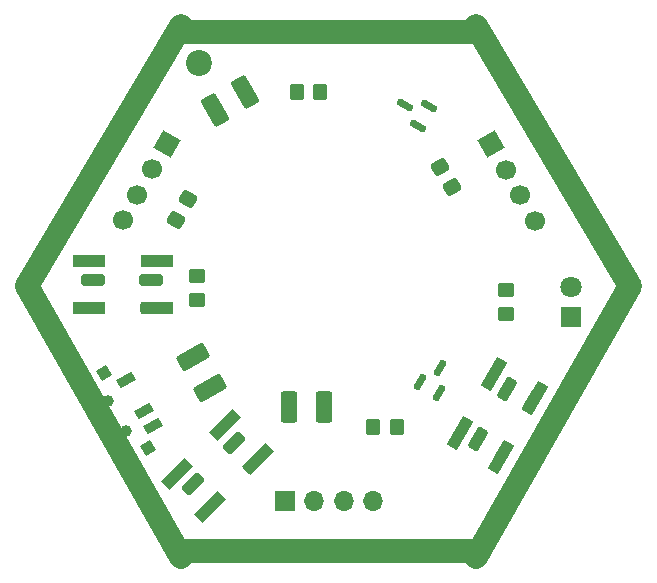
<source format=gbr>
%TF.GenerationSoftware,KiCad,Pcbnew,(6.0.5-0)*%
%TF.CreationDate,2022-06-08T15:29:45+08:00*%
%TF.ProjectId,dtl,64746c2e-6b69-4636-9164-5f7063625858,rev?*%
%TF.SameCoordinates,Original*%
%TF.FileFunction,Soldermask,Top*%
%TF.FilePolarity,Negative*%
%FSLAX46Y46*%
G04 Gerber Fmt 4.6, Leading zero omitted, Abs format (unit mm)*
G04 Created by KiCad (PCBNEW (6.0.5-0)) date 2022-06-08 15:29:45*
%MOMM*%
%LPD*%
G01*
G04 APERTURE LIST*
G04 Aperture macros list*
%AMRoundRect*
0 Rectangle with rounded corners*
0 $1 Rounding radius*
0 $2 $3 $4 $5 $6 $7 $8 $9 X,Y pos of 4 corners*
0 Add a 4 corners polygon primitive as box body*
4,1,4,$2,$3,$4,$5,$6,$7,$8,$9,$2,$3,0*
0 Add four circle primitives for the rounded corners*
1,1,$1+$1,$2,$3*
1,1,$1+$1,$4,$5*
1,1,$1+$1,$6,$7*
1,1,$1+$1,$8,$9*
0 Add four rect primitives between the rounded corners*
20,1,$1+$1,$2,$3,$4,$5,0*
20,1,$1+$1,$4,$5,$6,$7,0*
20,1,$1+$1,$6,$7,$8,$9,0*
20,1,$1+$1,$8,$9,$2,$3,0*%
%AMHorizOval*
0 Thick line with rounded ends*
0 $1 width*
0 $2 $3 position (X,Y) of the first rounded end (center of the circle)*
0 $4 $5 position (X,Y) of the second rounded end (center of the circle)*
0 Add line between two ends*
20,1,$1,$2,$3,$4,$5,0*
0 Add two circle primitives to create the rounded ends*
1,1,$1,$2,$3*
1,1,$1,$4,$5*%
%AMRotRect*
0 Rectangle, with rotation*
0 The origin of the aperture is its center*
0 $1 length*
0 $2 width*
0 $3 Rotation angle, in degrees counterclockwise*
0 Add horizontal line*
21,1,$1,$2,0,0,$3*%
G04 Aperture macros list end*
%ADD10C,2.000000*%
%ADD11RoundRect,0.250000X-0.350000X-0.450000X0.350000X-0.450000X0.350000X0.450000X-0.350000X0.450000X0*%
%ADD12RotRect,1.700000X1.700000X330.000000*%
%ADD13HorizOval,1.700000X0.000000X0.000000X0.000000X0.000000X0*%
%ADD14RoundRect,0.250000X-0.450000X0.350000X-0.450000X-0.350000X0.450000X-0.350000X0.450000X0.350000X0*%
%ADD15RoundRect,0.250000X-0.591506X-0.524519X-0.158494X-0.774519X0.591506X0.524519X0.158494X0.774519X0*%
%ADD16R,2.800000X1.000000*%
%ADD17RotRect,0.800000X1.500000X300.000000*%
%ADD18RotRect,1.000000X1.000000X300.000000*%
%ADD19RotRect,1.100000X1.000000X300.000000*%
%ADD20C,1.000000*%
%ADD21RoundRect,0.150000X-0.163846X-0.583790X0.423654X0.433790X0.163846X0.583790X-0.423654X-0.433790X0*%
%ADD22RoundRect,0.250000X-0.214711X0.528109X-0.564711X-0.078109X0.214711X-0.528109X0.564711X0.078109X0*%
%ADD23RoundRect,0.250001X0.462499X1.074999X-0.462499X1.074999X-0.462499X-1.074999X0.462499X-1.074999X0*%
%ADD24RoundRect,0.250000X0.564711X-0.078109X0.214711X0.528109X-0.564711X0.078109X-0.214711X-0.528109X0*%
%ADD25R,1.700000X1.700000*%
%ADD26O,1.700000X1.700000*%
%ADD27RoundRect,0.250000X0.350000X0.450000X-0.350000X0.450000X-0.350000X-0.450000X0.350000X-0.450000X0*%
%ADD28RotRect,2.800000X1.000000X240.000000*%
%ADD29RotRect,1.700000X1.700000X30.000000*%
%ADD30HorizOval,1.700000X0.000000X0.000000X0.000000X0.000000X0*%
%ADD31R,1.800000X1.800000*%
%ADD32C,1.800000*%
%ADD33RoundRect,0.250001X0.136964X-1.162226X0.938035X-0.699727X-0.136964X1.162226X-0.938035X0.699727X0*%
%ADD34RotRect,2.800000X1.000000X225.000000*%
%ADD35RoundRect,0.150000X0.583790X-0.163846X-0.433790X0.423654X-0.583790X0.163846X0.433790X-0.423654X0*%
%ADD36RoundRect,0.250001X1.162226X0.136964X0.699727X0.938035X-1.162226X-0.136964X-0.699727X-0.938035X0*%
%ADD37RoundRect,0.250000X-0.707107X-0.353553X-0.353553X-0.707107X0.707107X0.353553X0.353553X0.707107X0*%
%ADD38RoundRect,0.250000X0.450000X-0.350000X0.450000X0.350000X-0.450000X0.350000X-0.450000X-0.350000X0*%
%ADD39C,2.200000*%
%ADD40RoundRect,0.250000X-0.750000X0.250000X-0.750000X-0.250000X0.750000X-0.250000X0.750000X0.250000X0*%
G04 APERTURE END LIST*
D10*
X90110000Y-82494927D02*
X65110000Y-82494927D01*
X65110000Y-82994927D02*
X52110000Y-59994927D01*
X52110000Y-59994927D02*
X65110000Y-37994927D01*
X103110000Y-59994927D02*
X90110000Y-82994927D01*
X90110000Y-37994927D02*
X103110000Y-59994927D01*
X65110000Y-38494927D02*
X90110000Y-38494927D01*
D11*
%TO.C,R3*%
X81391000Y-71943127D03*
X83391000Y-71943127D03*
%TD*%
D12*
%TO.C,J2*%
X63920000Y-47974031D03*
D13*
X62670000Y-50139095D03*
X61420000Y-52304158D03*
X60170000Y-54469222D03*
%TD*%
D14*
%TO.C,R17*%
X92630000Y-60374927D03*
X92630000Y-62374927D03*
%TD*%
D15*
%TO.C,SW5*%
X94835000Y-69863174D03*
X92360000Y-74150000D03*
X92731539Y-68706475D03*
X90281539Y-72950000D03*
%TD*%
D16*
%TO.C,SW16*%
X63100000Y-61900000D03*
X57300000Y-61900000D03*
X63100000Y-57900000D03*
X57300000Y-57900000D03*
%TD*%
D17*
%TO.C,SW1*%
X60457287Y-67978370D03*
X61957287Y-70576446D03*
X62707287Y-71875484D03*
D18*
X58606454Y-67372633D03*
X62306454Y-73781221D03*
D19*
X57047608Y-68272633D03*
D18*
X60747608Y-74681221D03*
D20*
X58927031Y-69727889D03*
X60427031Y-72325965D03*
%TD*%
D21*
%TO.C,Q3*%
X85308526Y-68136899D03*
X86953974Y-69086899D03*
X87068750Y-66988101D03*
%TD*%
D22*
%TO.C,R6*%
X65700000Y-52683975D03*
X64700000Y-54416025D03*
%TD*%
D23*
%TO.C,D7*%
X77187500Y-70300000D03*
X74212500Y-70300000D03*
%TD*%
D24*
%TO.C,R15*%
X88050000Y-51676977D03*
X87050000Y-49944927D03*
%TD*%
D25*
%TO.C,J4*%
X73880000Y-78244927D03*
D26*
X76380000Y-78244927D03*
X78880000Y-78244927D03*
X81380000Y-78244927D03*
%TD*%
D27*
%TO.C,R9*%
X76890000Y-43594927D03*
X74890000Y-43594927D03*
%TD*%
D28*
%TO.C,SW18*%
X95082051Y-69488526D03*
X92182051Y-74511474D03*
X91617949Y-67488526D03*
X88717949Y-72511474D03*
%TD*%
D29*
%TO.C,J8*%
X91335000Y-48019927D03*
D30*
X92585000Y-50184991D03*
X93835000Y-52350054D03*
X95085000Y-54515118D03*
%TD*%
D31*
%TO.C,D11*%
X98164400Y-62626327D03*
D32*
X98164400Y-60086327D03*
%TD*%
D33*
%TO.C,D4*%
X67963574Y-45082427D03*
X70540000Y-43594927D03*
%TD*%
D34*
%TO.C,SW17*%
X71664823Y-74663604D03*
X67563604Y-78764823D03*
X68836396Y-71835177D03*
X64735177Y-75936396D03*
%TD*%
D35*
%TO.C,Q6*%
X85196899Y-46441474D03*
X86146899Y-44796026D03*
X84048101Y-44681250D03*
%TD*%
D36*
%TO.C,D5*%
X67593750Y-68638213D03*
X66106250Y-66061787D03*
%TD*%
D37*
%TO.C,SW8*%
X71297235Y-74996878D03*
X67797056Y-78497056D03*
X69564823Y-73335177D03*
X66100000Y-76800000D03*
%TD*%
D38*
%TO.C,R11*%
X66450000Y-61200000D03*
X66450000Y-59200000D03*
%TD*%
D39*
%TO.C,H1*%
X66610000Y-41150000D03*
%TD*%
D40*
%TO.C,SW7*%
X62625000Y-61875000D03*
X57675000Y-61875000D03*
X62575000Y-59475000D03*
X57675000Y-59475000D03*
%TD*%
M02*

</source>
